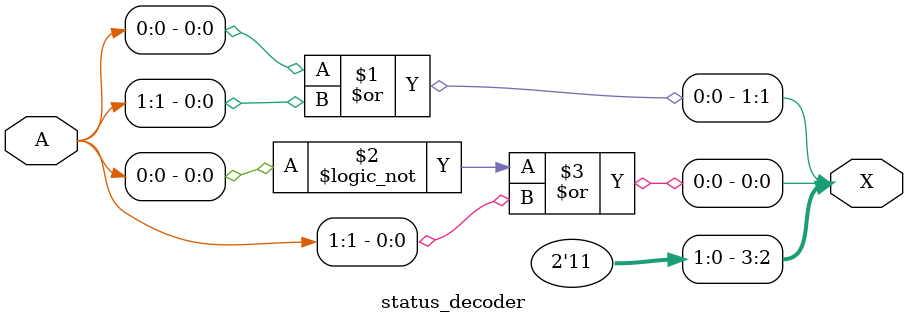
<source format=v>
module status_decoder(input [1:0]A, output [3:0]X);

	or Or0(X[1], A[0], A[1]);
	or Or1(X[0], !A[0], A[1]);
	
	and And0(X[3], 1'b1, 1'b1);
	and And1(X[2], 1'b1, 1'b1);

endmodule

</source>
